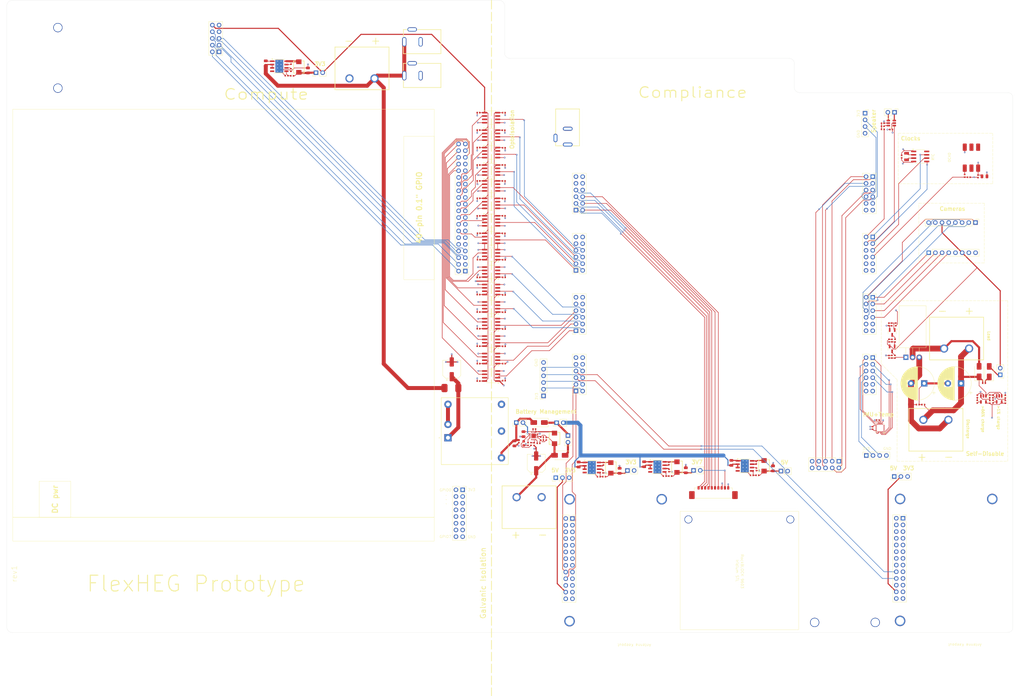
<source format=kicad_pcb>
(kicad_pcb
	(version 20240108)
	(generator "pcbnew")
	(generator_version "8.0")
	(general
		(thickness 1.6)
		(legacy_teardrops no)
	)
	(paper "A2")
	(layers
		(0 "F.Cu" signal)
		(1 "In1.Cu" power)
		(2 "In2.Cu" power)
		(31 "B.Cu" signal)
		(32 "B.Adhes" user "B.Adhesive")
		(33 "F.Adhes" user "F.Adhesive")
		(34 "B.Paste" user)
		(35 "F.Paste" user)
		(36 "B.SilkS" user "B.Silkscreen")
		(37 "F.SilkS" user "F.Silkscreen")
		(38 "B.Mask" user)
		(39 "F.Mask" user)
		(40 "Dwgs.User" user "User.Drawings")
		(41 "Cmts.User" user "User.Comments")
		(42 "Eco1.User" user "User.Eco1")
		(43 "Eco2.User" user "User.Eco2")
		(44 "Edge.Cuts" user)
		(45 "Margin" user)
		(46 "B.CrtYd" user "B.Courtyard")
		(47 "F.CrtYd" user "F.Courtyard")
		(48 "B.Fab" user)
		(49 "F.Fab" user)
		(50 "User.1" user)
		(51 "User.2" user)
		(52 "User.3" user)
		(53 "User.4" user)
		(54 "User.5" user)
		(55 "User.6" user)
		(56 "User.7" user)
		(57 "User.8" user)
		(58 "User.9" user)
	)
	(setup
		(stackup
			(layer "F.SilkS"
				(type "Top Silk Screen")
			)
			(layer "F.Paste"
				(type "Top Solder Paste")
			)
			(layer "F.Mask"
				(type "Top Solder Mask")
				(thickness 0.01)
			)
			(layer "F.Cu"
				(type "copper")
				(thickness 0.035)
			)
			(layer "dielectric 1"
				(type "prepreg")
				(thickness 0.1)
				(material "FR4")
				(epsilon_r 4.5)
				(loss_tangent 0.02)
			)
			(layer "In1.Cu"
				(type "copper")
				(thickness 0.035)
			)
			(layer "dielectric 2"
				(type "core")
				(thickness 1.24)
				(material "FR4")
				(epsilon_r 4.5)
				(loss_tangent 0.02)
			)
			(layer "In2.Cu"
				(type "copper")
				(thickness 0.035)
			)
			(layer "dielectric 3"
				(type "prepreg")
				(thickness 0.1)
				(material "FR4")
				(epsilon_r 4.5)
				(loss_tangent 0.02)
			)
			(layer "B.Cu"
				(type "copper")
				(thickness 0.035)
			)
			(layer "B.Mask"
				(type "Bottom Solder Mask")
				(thickness 0.01)
			)
			(layer "B.Paste"
				(type "Bottom Solder Paste")
			)
			(layer "B.SilkS"
				(type "Bottom Silk Screen")
			)
			(copper_finish "None")
			(dielectric_constraints no)
		)
		(pad_to_mask_clearance 0)
		(allow_soldermask_bridges_in_footprints no)
		(pcbplotparams
			(layerselection 0x00010fc_ffffffff)
			(plot_on_all_layers_selection 0x0000000_00000000)
			(disableapertmacros no)
			(usegerberextensions no)
			(usegerberattributes yes)
			(usegerberadvancedattributes yes)
			(creategerberjobfile yes)
			(dashed_line_dash_ratio 12.000000)
			(dashed_line_gap_ratio 3.000000)
			(svgprecision 4)
			(plotframeref no)
			(viasonmask no)
			(mode 1)
			(useauxorigin no)
			(hpglpennumber 1)
			(hpglpenspeed 20)
			(hpglpendiameter 15.000000)
			(pdf_front_fp_property_popups yes)
			(pdf_back_fp_property_popups yes)
			(dxfpolygonmode yes)
			(dxfimperialunits yes)
			(dxfusepcbnewfont yes)
			(psnegative no)
			(psa4output no)
			(plotreference yes)
			(plotvalue yes)
			(plotfptext yes)
			(plotinvisibletext no)
			(sketchpadsonfab no)
			(subtractmaskfromsilk no)
			(outputformat 1)
			(mirror no)
			(drillshape 0)
			(scaleselection 1)
			(outputdirectory "upload_rev1")
		)
	)
	(net 0 "")
	(net 1 "Net-(BT101-+)")
	(net 2 "/TRUSTED_GND")
	(net 3 "/TRUSTED_3V3")
	(net 4 "Net-(U101-IN)")
	(net 5 "Net-(C105-Pad1)")
	(net 6 "/OCXO")
	(net 7 "/DISABLE+")
	(net 8 "Net-(C108-Pad2)")
	(net 9 "Net-(Q103-G)")
	(net 10 "Net-(Q101-G)")
	(net 11 "/PRE_TRUSTED_12V")
	(net 12 "/UNTRUSTED_GND")
	(net 13 "Net-(U106-+VIN)")
	(net 14 "Net-(C115-Pad2)")
	(net 15 "Net-(U107-BTST)")
	(net 16 "Net-(U107-FB)")
	(net 17 "/REGN")
	(net 18 "Net-(U107-PMID)")
	(net 19 "Net-(U110-SW)")
	(net 20 "Net-(U110-BOOT)")
	(net 21 "/TRUSTED_5V")
	(net 22 "/TRUSTED_3V7")
	(net 23 "Net-(U110-VCC)")
	(net 24 "Net-(U111-SW)")
	(net 25 "Net-(U111-BOOT)")
	(net 26 "Net-(U111-VCC)")
	(net 27 "Net-(U114-BOOT)")
	(net 28 "Net-(U114-SW)")
	(net 29 "/UNTRUSTED_12V")
	(net 30 "/TRUSTED_12V")
	(net 31 "Net-(U114-VCC)")
	(net 32 "Net-(D102-A)")
	(net 33 "Net-(D103-A)")
	(net 34 "/SPEAKER-")
	(net 35 "/SPEAKER+")
	(net 36 "/DISABLE-")
	(net 37 "Net-(J105-Pin_1)")
	(net 38 "Net-(J111-Pin_1)")
	(net 39 "Net-(J112-Pin_1)")
	(net 40 "Net-(Q102-G)")
	(net 41 "Net-(U115-REGOUT)")
	(net 42 "Net-(U117-SW)")
	(net 43 "Net-(U117-BOOT)")
	(net 44 "Net-(J115-Pin_1)")
	(net 45 "Net-(U117-VCC)")
	(net 46 "Net-(D104-K)")
	(net 47 "Net-(D105-K)")
	(net 48 "/IRID_RTS")
	(net 49 "unconnected-(J107-Pin_11-Pad11)")
	(net 50 "/IRID_RI")
	(net 51 "/IRID_CTS")
	(net 52 "/IRID_TXD")
	(net 53 "/IRID_RXD")
	(net 54 "/IRID_NETAV")
	(net 55 "/IRID_ONOFF")
	(net 56 "/COMPU_COMMS9")
	(net 57 "/COMPU_COMMS0")
	(net 58 "/COMPU_COMMS11")
	(net 59 "/COMPU_ETH_MOSI")
	(net 60 "/COMPU_COMMS13")
	(net 61 "/COMPU_COMMS1")
	(net 62 "/COMPU_COMMS7")
	(net 63 "unconnected-(J107-Pin_29-Pad29)")
	(net 64 "unconnected-(J107-Pin_9-Pad9)")
	(net 65 "/COMPU_COMMS6")
	(net 66 "/COMPU_ETH_MISO")
	(net 67 "/COMPU_COMMS2")
	(net 68 "/COMPU_COMMS3")
	(net 69 "/COMPU_COMMS15")
	(net 70 "/COMPU_COMMS14")
	(net 71 "unconnected-(J107-Pin_31-Pad31)")
	(net 72 "unconnected-(J107-Pin_33-Pad33)")
	(net 73 "/COMPU_COMMS12")
	(net 74 "/COMPU_ETH_SCS")
	(net 75 "/COMPU_COMMS4")
	(net 76 "Net-(U103-OUT)")
	(net 77 "Net-(U104--)")
	(net 78 "Net-(R107-Pad2)")
	(net 79 "/COMPU_COMMS5")
	(net 80 "Net-(U105--)")
	(net 81 "Net-(R112-Pad2)")
	(net 82 "Net-(R116-Pad2)")
	(net 83 "Net-(U107-FB_GND)")
	(net 84 "Net-(U107-TS)")
	(net 85 "Net-(U107-ICHG)")
	(net 86 "Net-(U110-FB)")
	(net 87 "Net-(U111-FB)")
	(net 88 "Net-(U114-FB)")
	(net 89 "/BUZZER_EN")
	(net 90 "/COMPU_ETH_RST")
	(net 91 "/COMPU_ETH_INT")
	(net 92 "Net-(U102-X2)")
	(net 93 "/COMPU_COMMS8")
	(net 94 "unconnected-(U102-VCC1-Pad8)")
	(net 95 "Net-(U102-X1)")
	(net 96 "unconnected-(U103-NC-Pad5)")
	(net 97 "unconnected-(U103-NC-Pad1)")
	(net 98 "unconnected-(U103-NC-Pad2)")
	(net 99 "unconnected-(U106-TRM-Pad5)")
	(net 100 "unconnected-(U107-~{EN}-Pad6)")
	(net 101 "unconnected-(U107-STAT-Pad3)")
	(net 102 "unconnected-(U107-POL-Pad5)")
	(net 103 "/COMPU_COMMS10")
	(net 104 "unconnected-(U108-PMOD4_7-Pad40)")
	(net 105 "/COMPU_ETH_SCKL")
	(net 106 "/UNTRUSTED_3V3")
	(net 107 "/CAM0_CS")
	(net 108 "/CAM0_MOSI")
	(net 109 "Net-(J122-Pin_3)")
	(net 110 "unconnected-(U108-Pad3V3)")
	(net 111 "/CAM0_SCK")
	(net 112 "unconnected-(J113-Pin_7-Pad7)")
	(net 113 "unconnected-(J113-Pin_8-Pad8)")
	(net 114 "/CAM0_MISO")
	(net 115 "unconnected-(J114-Pin_7-Pad7)")
	(net 116 "unconnected-(J114-Pin_8-Pad8)")
	(net 117 "/CAM1_CS")
	(net 118 "/CAM1_MOSI")
	(net 119 "/CAM1_SCK")
	(net 120 "/CAM1_MISO")
	(net 121 "Net-(J122-Pin_2)")
	(net 122 "Net-(J117-Pin_2)")
	(net 123 "Net-(Q103-D)")
	(net 124 "Net-(J124-Pin_2)")
	(net 125 "/BUZZER_PWM")
	(net 126 "/SELF_DISABLE")
	(net 127 "Net-(U117-FB)")
	(net 128 "/RTC_SCLK")
	(net 129 "Net-(J124-Pin_3)")
	(net 130 "/RTC_IO")
	(net 131 "/RTC_CE")
	(net 132 "/COMPL_COMMS7")
	(net 133 "/COMPL_COMMS5")
	(net 134 "/COMPL_COMMS1")
	(net 135 "/ICM20948_SDO")
	(net 136 "/ICM20948_INT1")
	(net 137 "/COMPL_COMMS10")
	(net 138 "/COMPL_COMMS14")
	(net 139 "/COMPL_ETH_MOSI")
	(net 140 "Net-(J123-Pin_5)")
	(net 141 "/COMPL_COMMS4")
	(net 142 "/COMPL_COMMS12")
	(net 143 "/ICM20948_FSYNC")
	(net 144 "/ICM20948_~{CS}")
	(net 145 "/COMPL_ETH_SCKL")
	(net 146 "/COMPL_COMMS2")
	(net 147 "/COMPL_COMMS11")
	(net 148 "unconnected-(U110-PG-Pad4)")
	(net 149 "unconnected-(U111-PG-Pad4)")
	(net 150 "unconnected-(U114-PG-Pad4)")
	(net 151 "Net-(Q101-D)")
	(net 152 "/COMPL_COMMS9")
	(net 153 "/COMPL_COMMS0")
	(net 154 "/COMPL_COMMS13")
	(net 155 "unconnected-(U108-PMOD1_7-Pad16)")
	(net 156 "/ICM20948_SDA")
	(net 157 "Net-(J123-Pin_3)")
	(net 158 "/COMPL_ETH_SCS")
	(net 159 "/COMPL_COMMS3")
	(net 160 "Net-(J123-Pin_4)")
	(net 161 "/COMPL_ETH_RST")
	(net 162 "/COMPL_COMMS15")
	(net 163 "/COMPL_COMMS6")
	(net 164 "/COMPL_ETH_MISO")
	(net 165 "/ICM20948_SCL")
	(net 166 "/COMPL_ETH_INT")
	(net 167 "Net-(J123-Pin_2)")
	(net 168 "/COMPL_COMMS8")
	(net 169 "unconnected-(U115-NC-Pad2)")
	(net 170 "unconnected-(U115-NC-Pad6)")
	(net 171 "unconnected-(U115-NC-Pad3)")
	(net 172 "unconnected-(U115-NC-Pad4)")
	(net 173 "unconnected-(U115-NC-Pad16)")
	(net 174 "unconnected-(U115-NC-Pad15)")
	(net 175 "unconnected-(U115-NC-Pad1)")
	(net 176 "unconnected-(U115-RESV-Pad19)")
	(net 177 "unconnected-(U115-NC-Pad17)")
	(net 178 "unconnected-(U115-AUX_DA-Pad21)")
	(net 179 "unconnected-(U115-NC-Pad5)")
	(net 180 "unconnected-(U115-NC-Pad14)")
	(net 181 "unconnected-(U115-AUX_CL-Pad7)")
	(net 182 "unconnected-(U116-NC*-Pad7)")
	(net 183 "unconnected-(U116-*-Pad3)")
	(net 184 "unconnected-(U117-PG-Pad4)")
	(net 185 "unconnected-(U118-*-Pad3)")
	(net 186 "unconnected-(U118-NC*-Pad7)")
	(net 187 "unconnected-(U119-NC*-Pad7)")
	(net 188 "unconnected-(U119-*-Pad3)")
	(net 189 "unconnected-(U120-*-Pad3)")
	(net 190 "unconnected-(U120-NC*-Pad7)")
	(net 191 "unconnected-(U121-NC*-Pad7)")
	(net 192 "unconnected-(U121-*-Pad3)")
	(net 193 "unconnected-(U122-*-Pad3)")
	(net 194 "unconnected-(U122-NC*-Pad7)")
	(net 195 "unconnected-(U123-*-Pad3)")
	(net 196 "unconnected-(U123-NC*-Pad7)")
	(net 197 "unconnected-(U124-*-Pad3)")
	(net 198 "unconnected-(U124-NC*-Pad7)")
	(net 199 "unconnected-(U125-*-Pad3)")
	(net 200 "unconnected-(U125-NC*-Pad7)")
	(net 201 "unconnected-(U126-NC*-Pad7)")
	(net 202 "unconnected-(U126-*-Pad3)")
	(net 203 "unconnected-(U127-*-Pad3)")
	(net 204 "unconnected-(U127-NC*-Pad7)")
	(net 205 "unconnected-(U128-*-Pad3)")
	(net 206 "unconnected-(U128-NC*-Pad7)")
	(net 207 "unconnected-(U129-*-Pad3)")
	(net 208 "unconnected-(U129-NC*-Pad7)")
	(net 209 "unconnected-(U130-NC*-Pad7)")
	(net 210 "unconnected-(U130-*-Pad3)")
	(net 211 "unconnected-(U131-NC*-Pad7)")
	(net 212 "unconnected-(U131-*-Pad3)")
	(net 213 "unconnected-(U132-*-Pad3)")
	(net 214 "unconnected-(U132-NC*-Pad7)")
	(net 215 "Net-(D106-A)")
	(net 216 "Net-(D106-K)")
	(net 217 "/RADIO1_RX")
	(net 218 "/RADIO1_TX")
	(net 219 "/RADIO0_TX")
	(net 220 "/RADIO0_RX")
	(net 221 "unconnected-(J107-Pin_10-Pad10)")
	(net 222 "unconnected-(J107-Pin_3-Pad3)")
	(net 223 "unconnected-(J107-Pin_1-Pad1)")
	(net 224 "Net-(J121-Pin_2)")
	(net 225 "Net-(J120-Pin_2)")
	(net 226 "unconnected-(U112-5V-Pad9)")
	(net 227 "unconnected-(U112-NC-Pad1)")
	(net 228 "unconnected-(U113-5V-Pad9)")
	(net 229 "unconnected-(U113-NC-Pad1)")
	(net 230 "Net-(J107-Pin_17)")
	(net 231 "Net-(J107-Pin_15)")
	(net 232 "Net-(J107-Pin_23)")
	(net 233 "Net-(J107-Pin_19)")
	(net 234 "Net-(J107-Pin_27)")
	(net 235 "Net-(J107-Pin_25)")
	(net 236 "Net-(J107-Pin_13)")
	(net 237 "Net-(J107-Pin_21)")
	(net 238 "unconnected-(J125-Pin_5-Pad5)")
	(net 239 "unconnected-(J125-Pin_3-Pad3)")
	(net 240 "unconnected-(J125-Pin_11-Pad11)")
	(net 241 "unconnected-(J125-Pin_7-Pad7)")
	(net 242 "unconnected-(J125-Pin_13-Pad13)")
	(net 243 "unconnected-(J125-Pin_9-Pad9)")
	(footprint "Capacitor_SMD:C_0402_1005Metric" (layer "F.Cu") (at 206.675 93.225))
	(footprint "Capacitor_SMD:C_0402_1005Metric" (layer "F.Cu") (at 218.275 180.755))
	(footprint "easyeda2kicad:CONN-TH_2P-P9.50_DBT50G-9.5-2P" (layer "F.Cu") (at 370.746164 177.241))
	(footprint "Connector_PinHeader_2.54mm:PinHeader_1x03_P2.54mm_Vertical" (layer "F.Cu") (at 354.925 198.775 90))
	(footprint "Package_TO_SOT_SMD:SOT-23-5" (layer "F.Cu") (at 388.796164 169.316 -90))
	(footprint "000_custom:W5500" (layer "F.Cu") (at 97.375 32.075 180))
	(footprint "Resistor_SMD:R_0402_1005Metric" (layer "F.Cu") (at 353.966164 141.031 -90))
	(footprint "Resistor_SMD:R_0402_1005Metric" (layer "F.Cu") (at 221.215 184.965 180))
	(footprint "Capacitor_THT:CP_Radial_D12.5mm_P5.00mm" (layer "F.Cu") (at 366.299082 163.416 180))
	(footprint "000_custom:CONV_CCG15-24-12S" (layer "F.Cu") (at 195.65 181.525))
	(footprint "easyeda2kicad:IND-SMD_L4.5-W4.1_YXMAA0402" (layer "F.Cu") (at 128.865 43.3 -90))
	(footprint "Connector_PinHeader_2.54mm:PinHeader_1x02_P2.54mm_Vertical" (layer "F.Cu") (at 211.425 178.305 90))
	(footprint "Capacitor_SMD:C_0402_1005Metric" (layer "F.Cu") (at 206.735 116.485))
	(footprint "Resistor_SMD:R_0402_1005Metric" (layer "F.Cu") (at 215.885 186.425 -90))
	(footprint "Connector_PinSocket_2.54mm:PinSocket_2x08_P2.54mm_Vertical" (layer "F.Cu") (at 191.065 203.825))
	(footprint "MountingHole:MountingHole_5.3mm_M5" (layer "F.Cu") (at 308.94 178.94))
	(footprint "easyeda2kicad:DC-IN-TH_DC-005-A250" (layer "F.Cu") (at 228.625 69.735 -90))
	(footprint "Package_SO:SOIC-8_3.9x4.9mm_P1.27mm" (layer "F.Cu") (at 201.88 108.31))
	(footprint "Connector_PinHeader_2.54mm:PinHeader_1x03_P2.54mm_Vertical" (layer "F.Cu") (at 226.425 199.225 90))
	(footprint "Package_SO:SOIC-8_3.9x4.9mm_P1.27mm" (layer "F.Cu") (at 201.88 140.735 180))
	(footprint "Capacitor_SMD:C_0402_1005Metric" (layer "F.Cu") (at 197.065 73.875 180))
	(footprint "Connector_PinHeader_2.54mm:PinHeader_1x08_P2.54mm_Vertical" (layer "F.Cu") (at 385.775 102.355 -90))
	(footprint "Crystal:Crystal_SMD_3215-2Pin_3.2x1.5mm" (layer "F.Cu") (at 359.615 77.295 -90))
	(footprint "Package_SO:SOIC-8_3.9x4.9mm_P1.27mm" (layer "F.Cu") (at 201.88 121.16 180))
	(footprint "Capacitor_SMD:C_0805_2012Metric" (layer "F.Cu") (at 116.315 41.905 90))
	(footprint "Resistor_SMD:R_0402_1005Metric"
		(layer "F.Cu")
		(uuid "26135a35-a98c-4e70-943f-9ec386f8dfa5")
		(at 392.441164 170.346 -90)
		(descr "Resistor SMD 0402 (1005 Metric), square (rectangular) end terminal, IPC_7351 nominal, (Body size source: IPC-SM-782 page 72, https://www.pcb-3d.com/wordpress/wp-content/uploads/ipc-sm-782a_amendment_1_and_2.pdf), generated with kicad-footprint-generator")
		(tags "resistor")
		(property "Reference" "R107"
			(at 0 -1.17 90)
			(layer "F.SilkS")
			(hide yes)
			(uuid "e5306be9-9b1e-4edd-8285-4d35ca4b29f5")
			(effects
				(font
					(size 1 1)
					(thickness 0.15)
				)
			)
		)
		(property "Value" "470"
			(at 0 1.17 90)
			(layer "F.Fab")
			(uuid "eb65bb99-4a11-41e1-bdd7-f0647a5aac11")
			(effects
				(font
					(size 1 1)
					(thickness 0.15)
				)
			)
		)
		(property "Footprint" "Resistor_SMD:R_0402_1005Metric"
			(at 0 0 -90)
			(unlocked yes)
			(layer "F.Fab")
			(hide yes)
			(uuid "b2e0364d-65de-442d-ac7f-a1a4d17e06c4")
			(effects
				(font
					(size 1.27 1.27)
					(thickness 0.15)
				)
			)
		)
		(property "Datasheet" ""
			(at 0 0 -90)
			(unlocked yes)
			(layer "F.Fab")
			(hide yes)
			(uuid "7001dfa0-ed2f-4678-b3be-b6b666cd332b")
			(effects
				(font
					(size 1.27 1.27)
					(thickness 0.15)
				)
			)
		)
		(property "Description" "Resistor"
			(at 0 0 -90)
			(unlocked yes)
			(layer "F.Fab")
			(hide yes)
			(uuid "f5a54264-fa57-40ec-89e9-8e873c070cdd")
			(effects
				(font
					(size 1.27 1.27)
					(thickness 0.15)
				)
			)
		)
		(property "LCSC" "C25117"
			(at 0 0 -90)
			(unlocked yes)
			(layer "F.Fab")
			(hide yes)
			(uuid "115b0c18-f7ab-4f3d-9a2c-354a3ebb9f93")
			(effects
				(font
					(size 1 1)
					(thickness 0.15)
				)
			)
		)
		(property "Sim.Device" ""
			(at 0 0 -90)
			(unlocked yes)
			(layer "F.Fab")
			(hide yes)
			(uuid "cbb399f7-1087-4cca-8a92-35e31187350d")
			(effects
				(font
					(size 1 1)
					(thickness 0.15)
				)
			)
		)
		(property "Sim.Pins" ""
			(at 0 0 -90)
			(unlocked yes)
			(layer "F.Fab")
			(hide yes)
			(uuid "05d16255-2738-4ba8-8946-71c5672da57c")
			(effects
				(font
					(size 1 1)
					(thickness 0.15)
				)
			)
		)
		(property ki_fp_filters "R_*")
		(path "/80f217c6-9658-4487-8b68-5a637544f421")
		(sheetname "Root")
		(sheetfile "flexheg_mainboard.kicad_sch")
		(attr smd)
		(fp_line
			(start -0.153641 0.38)
			(end 0.153641 0.38)
			(stroke
				(width 0.12)
				(type solid)
			)
			(layer "F.SilkS")
			(uuid "e8cbe226-c8ac-4f2d-acde-f3e615737fcb")
		)
		(fp_line
			(start -0.153641 -0.38)
			(end 0.153641 -0.38)
			(stroke
				(width 0.12)
				(type solid)
			)
			(layer "F.SilkS")
			(uuid "e2623f1a-d118-43ed-bf4d-0b6e60b1d3aa")
		)
		(fp_line
			(start -0.93 0.47)
			(end -0.93 -0.47)
			(stroke
				(width 0.05)
				(type solid)
			)
			(layer "F.CrtYd")
			(uuid "4fce5fe0-1fbd-4428-8b21-8daf2980b86c")
		)
		(fp_line
			(start 0.93 0.47)
			(end -0.93 0.47)
			(stroke
				(width 0.05)
				(type solid)
			)
			(layer "F.CrtYd")
			(uuid "38054fb5-908a-464f-9614-86fdd156a07d")
		)
		(fp_line
			(start -0.93 -0.47)
			(end 0.93 -0.47)
			(stroke
				(width 0.05)
				(type solid)
			)
			(layer "F.CrtYd")
			(uuid "a4ecb388-6335-48d2-a800-f2cc899b9b18")
		)
		(fp_line
			(start 0.93 -0.47)
			(end 0.93 0.47)
			(stroke
				(width 0.05)
				(type solid)
			)
			(layer "F.CrtYd")
			(uuid "3e8c0537-1b1a-4836-95d5-64dbd3789f02")
		)
		(fp_line
			(start -0.525 0.27)
			(end -0.525 -0.27)
			(stroke
				(width 0.1)
				(type solid)
			)
			(layer "F.Fab")
			(uuid "3fbaf434-0e55-40a6-9283-9f006c47d06a")
		)
		(fp_line
			(start 0.525 0.27)
			(end -0.525 0.27)
			(stroke
				(width 0.1)
				(type solid)
			)
			(layer "F.Fab")
			(uuid "216a02b5-d301-4abb-bac1-d01b46276f38")
		)
		(fp_line
			(start -0.525 -0.27)
			(end 0.525 -0.27)
			(stroke
				(width 0.1)
				(t
... [2107565 chars truncated]
</source>
